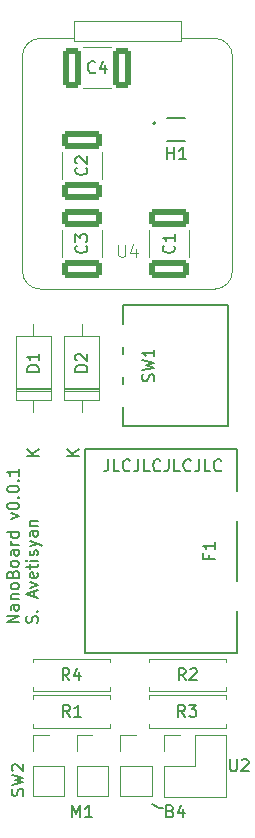
<source format=gto>
%TF.GenerationSoftware,KiCad,Pcbnew,7.0.10*%
%TF.CreationDate,2024-06-11T00:53:48-07:00*%
%TF.ProjectId,FloatSID,466c6f61-7453-4494-942e-6b696361645f,rev?*%
%TF.SameCoordinates,Original*%
%TF.FileFunction,Legend,Top*%
%TF.FilePolarity,Positive*%
%FSLAX46Y46*%
G04 Gerber Fmt 4.6, Leading zero omitted, Abs format (unit mm)*
G04 Created by KiCad (PCBNEW 7.0.10) date 2024-06-11 00:53:48*
%MOMM*%
%LPD*%
G01*
G04 APERTURE LIST*
G04 Aperture macros list*
%AMRoundRect*
0 Rectangle with rounded corners*
0 $1 Rounding radius*
0 $2 $3 $4 $5 $6 $7 $8 $9 X,Y pos of 4 corners*
0 Add a 4 corners polygon primitive as box body*
4,1,4,$2,$3,$4,$5,$6,$7,$8,$9,$2,$3,0*
0 Add four circle primitives for the rounded corners*
1,1,$1+$1,$2,$3*
1,1,$1+$1,$4,$5*
1,1,$1+$1,$6,$7*
1,1,$1+$1,$8,$9*
0 Add four rect primitives between the rounded corners*
20,1,$1+$1,$2,$3,$4,$5,0*
20,1,$1+$1,$4,$5,$6,$7,0*
20,1,$1+$1,$6,$7,$8,$9,0*
20,1,$1+$1,$8,$9,$2,$3,0*%
G04 Aperture macros list end*
%ADD10C,0.150000*%
%ADD11C,0.100000*%
%ADD12C,0.120000*%
%ADD13C,0.152400*%
%ADD14C,0.127000*%
%ADD15C,1.524000*%
%ADD16C,1.600000*%
%ADD17O,1.600000X1.600000*%
%ADD18C,1.320800*%
%ADD19R,1.700000X1.700000*%
%ADD20O,1.700000X1.700000*%
%ADD21O,2.200000X2.200000*%
%ADD22R,2.200000X2.200000*%
%ADD23R,0.812800X0.228600*%
%ADD24RoundRect,0.250000X1.450000X-0.537500X1.450000X0.537500X-1.450000X0.537500X-1.450000X-0.537500X0*%
%ADD25RoundRect,0.250000X-0.537500X-1.450000X0.537500X-1.450000X0.537500X1.450000X-0.537500X1.450000X0*%
%ADD26C,2.082800*%
%ADD27C,2.109000*%
G04 APERTURE END LIST*
D10*
X128200000Y-140100000D02*
X127600000Y-139700000D01*
X128600000Y-140100000D02*
X128200000Y-140100000D01*
X123922493Y-110569819D02*
X123922493Y-111284104D01*
X123922493Y-111284104D02*
X123874874Y-111426961D01*
X123874874Y-111426961D02*
X123779636Y-111522200D01*
X123779636Y-111522200D02*
X123636779Y-111569819D01*
X123636779Y-111569819D02*
X123541541Y-111569819D01*
X124874874Y-111569819D02*
X124398684Y-111569819D01*
X124398684Y-111569819D02*
X124398684Y-110569819D01*
X125779636Y-111474580D02*
X125732017Y-111522200D01*
X125732017Y-111522200D02*
X125589160Y-111569819D01*
X125589160Y-111569819D02*
X125493922Y-111569819D01*
X125493922Y-111569819D02*
X125351065Y-111522200D01*
X125351065Y-111522200D02*
X125255827Y-111426961D01*
X125255827Y-111426961D02*
X125208208Y-111331723D01*
X125208208Y-111331723D02*
X125160589Y-111141247D01*
X125160589Y-111141247D02*
X125160589Y-110998390D01*
X125160589Y-110998390D02*
X125208208Y-110807914D01*
X125208208Y-110807914D02*
X125255827Y-110712676D01*
X125255827Y-110712676D02*
X125351065Y-110617438D01*
X125351065Y-110617438D02*
X125493922Y-110569819D01*
X125493922Y-110569819D02*
X125589160Y-110569819D01*
X125589160Y-110569819D02*
X125732017Y-110617438D01*
X125732017Y-110617438D02*
X125779636Y-110665057D01*
X126493922Y-110569819D02*
X126493922Y-111284104D01*
X126493922Y-111284104D02*
X126446303Y-111426961D01*
X126446303Y-111426961D02*
X126351065Y-111522200D01*
X126351065Y-111522200D02*
X126208208Y-111569819D01*
X126208208Y-111569819D02*
X126112970Y-111569819D01*
X127446303Y-111569819D02*
X126970113Y-111569819D01*
X126970113Y-111569819D02*
X126970113Y-110569819D01*
X128351065Y-111474580D02*
X128303446Y-111522200D01*
X128303446Y-111522200D02*
X128160589Y-111569819D01*
X128160589Y-111569819D02*
X128065351Y-111569819D01*
X128065351Y-111569819D02*
X127922494Y-111522200D01*
X127922494Y-111522200D02*
X127827256Y-111426961D01*
X127827256Y-111426961D02*
X127779637Y-111331723D01*
X127779637Y-111331723D02*
X127732018Y-111141247D01*
X127732018Y-111141247D02*
X127732018Y-110998390D01*
X127732018Y-110998390D02*
X127779637Y-110807914D01*
X127779637Y-110807914D02*
X127827256Y-110712676D01*
X127827256Y-110712676D02*
X127922494Y-110617438D01*
X127922494Y-110617438D02*
X128065351Y-110569819D01*
X128065351Y-110569819D02*
X128160589Y-110569819D01*
X128160589Y-110569819D02*
X128303446Y-110617438D01*
X128303446Y-110617438D02*
X128351065Y-110665057D01*
X129065351Y-110569819D02*
X129065351Y-111284104D01*
X129065351Y-111284104D02*
X129017732Y-111426961D01*
X129017732Y-111426961D02*
X128922494Y-111522200D01*
X128922494Y-111522200D02*
X128779637Y-111569819D01*
X128779637Y-111569819D02*
X128684399Y-111569819D01*
X130017732Y-111569819D02*
X129541542Y-111569819D01*
X129541542Y-111569819D02*
X129541542Y-110569819D01*
X130922494Y-111474580D02*
X130874875Y-111522200D01*
X130874875Y-111522200D02*
X130732018Y-111569819D01*
X130732018Y-111569819D02*
X130636780Y-111569819D01*
X130636780Y-111569819D02*
X130493923Y-111522200D01*
X130493923Y-111522200D02*
X130398685Y-111426961D01*
X130398685Y-111426961D02*
X130351066Y-111331723D01*
X130351066Y-111331723D02*
X130303447Y-111141247D01*
X130303447Y-111141247D02*
X130303447Y-110998390D01*
X130303447Y-110998390D02*
X130351066Y-110807914D01*
X130351066Y-110807914D02*
X130398685Y-110712676D01*
X130398685Y-110712676D02*
X130493923Y-110617438D01*
X130493923Y-110617438D02*
X130636780Y-110569819D01*
X130636780Y-110569819D02*
X130732018Y-110569819D01*
X130732018Y-110569819D02*
X130874875Y-110617438D01*
X130874875Y-110617438D02*
X130922494Y-110665057D01*
X131636780Y-110569819D02*
X131636780Y-111284104D01*
X131636780Y-111284104D02*
X131589161Y-111426961D01*
X131589161Y-111426961D02*
X131493923Y-111522200D01*
X131493923Y-111522200D02*
X131351066Y-111569819D01*
X131351066Y-111569819D02*
X131255828Y-111569819D01*
X132589161Y-111569819D02*
X132112971Y-111569819D01*
X132112971Y-111569819D02*
X132112971Y-110569819D01*
X133493923Y-111474580D02*
X133446304Y-111522200D01*
X133446304Y-111522200D02*
X133303447Y-111569819D01*
X133303447Y-111569819D02*
X133208209Y-111569819D01*
X133208209Y-111569819D02*
X133065352Y-111522200D01*
X133065352Y-111522200D02*
X132970114Y-111426961D01*
X132970114Y-111426961D02*
X132922495Y-111331723D01*
X132922495Y-111331723D02*
X132874876Y-111141247D01*
X132874876Y-111141247D02*
X132874876Y-110998390D01*
X132874876Y-110998390D02*
X132922495Y-110807914D01*
X132922495Y-110807914D02*
X132970114Y-110712676D01*
X132970114Y-110712676D02*
X133065352Y-110617438D01*
X133065352Y-110617438D02*
X133208209Y-110569819D01*
X133208209Y-110569819D02*
X133303447Y-110569819D01*
X133303447Y-110569819D02*
X133446304Y-110617438D01*
X133446304Y-110617438D02*
X133493923Y-110665057D01*
X116359819Y-124363220D02*
X115359819Y-124363220D01*
X115359819Y-124363220D02*
X116359819Y-123791792D01*
X116359819Y-123791792D02*
X115359819Y-123791792D01*
X116359819Y-122887030D02*
X115836009Y-122887030D01*
X115836009Y-122887030D02*
X115740771Y-122934649D01*
X115740771Y-122934649D02*
X115693152Y-123029887D01*
X115693152Y-123029887D02*
X115693152Y-123220363D01*
X115693152Y-123220363D02*
X115740771Y-123315601D01*
X116312200Y-122887030D02*
X116359819Y-122982268D01*
X116359819Y-122982268D02*
X116359819Y-123220363D01*
X116359819Y-123220363D02*
X116312200Y-123315601D01*
X116312200Y-123315601D02*
X116216961Y-123363220D01*
X116216961Y-123363220D02*
X116121723Y-123363220D01*
X116121723Y-123363220D02*
X116026485Y-123315601D01*
X116026485Y-123315601D02*
X115978866Y-123220363D01*
X115978866Y-123220363D02*
X115978866Y-122982268D01*
X115978866Y-122982268D02*
X115931247Y-122887030D01*
X115693152Y-122410839D02*
X116359819Y-122410839D01*
X115788390Y-122410839D02*
X115740771Y-122363220D01*
X115740771Y-122363220D02*
X115693152Y-122267982D01*
X115693152Y-122267982D02*
X115693152Y-122125125D01*
X115693152Y-122125125D02*
X115740771Y-122029887D01*
X115740771Y-122029887D02*
X115836009Y-121982268D01*
X115836009Y-121982268D02*
X116359819Y-121982268D01*
X116359819Y-121363220D02*
X116312200Y-121458458D01*
X116312200Y-121458458D02*
X116264580Y-121506077D01*
X116264580Y-121506077D02*
X116169342Y-121553696D01*
X116169342Y-121553696D02*
X115883628Y-121553696D01*
X115883628Y-121553696D02*
X115788390Y-121506077D01*
X115788390Y-121506077D02*
X115740771Y-121458458D01*
X115740771Y-121458458D02*
X115693152Y-121363220D01*
X115693152Y-121363220D02*
X115693152Y-121220363D01*
X115693152Y-121220363D02*
X115740771Y-121125125D01*
X115740771Y-121125125D02*
X115788390Y-121077506D01*
X115788390Y-121077506D02*
X115883628Y-121029887D01*
X115883628Y-121029887D02*
X116169342Y-121029887D01*
X116169342Y-121029887D02*
X116264580Y-121077506D01*
X116264580Y-121077506D02*
X116312200Y-121125125D01*
X116312200Y-121125125D02*
X116359819Y-121220363D01*
X116359819Y-121220363D02*
X116359819Y-121363220D01*
X115836009Y-120267982D02*
X115883628Y-120125125D01*
X115883628Y-120125125D02*
X115931247Y-120077506D01*
X115931247Y-120077506D02*
X116026485Y-120029887D01*
X116026485Y-120029887D02*
X116169342Y-120029887D01*
X116169342Y-120029887D02*
X116264580Y-120077506D01*
X116264580Y-120077506D02*
X116312200Y-120125125D01*
X116312200Y-120125125D02*
X116359819Y-120220363D01*
X116359819Y-120220363D02*
X116359819Y-120601315D01*
X116359819Y-120601315D02*
X115359819Y-120601315D01*
X115359819Y-120601315D02*
X115359819Y-120267982D01*
X115359819Y-120267982D02*
X115407438Y-120172744D01*
X115407438Y-120172744D02*
X115455057Y-120125125D01*
X115455057Y-120125125D02*
X115550295Y-120077506D01*
X115550295Y-120077506D02*
X115645533Y-120077506D01*
X115645533Y-120077506D02*
X115740771Y-120125125D01*
X115740771Y-120125125D02*
X115788390Y-120172744D01*
X115788390Y-120172744D02*
X115836009Y-120267982D01*
X115836009Y-120267982D02*
X115836009Y-120601315D01*
X116359819Y-119458458D02*
X116312200Y-119553696D01*
X116312200Y-119553696D02*
X116264580Y-119601315D01*
X116264580Y-119601315D02*
X116169342Y-119648934D01*
X116169342Y-119648934D02*
X115883628Y-119648934D01*
X115883628Y-119648934D02*
X115788390Y-119601315D01*
X115788390Y-119601315D02*
X115740771Y-119553696D01*
X115740771Y-119553696D02*
X115693152Y-119458458D01*
X115693152Y-119458458D02*
X115693152Y-119315601D01*
X115693152Y-119315601D02*
X115740771Y-119220363D01*
X115740771Y-119220363D02*
X115788390Y-119172744D01*
X115788390Y-119172744D02*
X115883628Y-119125125D01*
X115883628Y-119125125D02*
X116169342Y-119125125D01*
X116169342Y-119125125D02*
X116264580Y-119172744D01*
X116264580Y-119172744D02*
X116312200Y-119220363D01*
X116312200Y-119220363D02*
X116359819Y-119315601D01*
X116359819Y-119315601D02*
X116359819Y-119458458D01*
X116359819Y-118267982D02*
X115836009Y-118267982D01*
X115836009Y-118267982D02*
X115740771Y-118315601D01*
X115740771Y-118315601D02*
X115693152Y-118410839D01*
X115693152Y-118410839D02*
X115693152Y-118601315D01*
X115693152Y-118601315D02*
X115740771Y-118696553D01*
X116312200Y-118267982D02*
X116359819Y-118363220D01*
X116359819Y-118363220D02*
X116359819Y-118601315D01*
X116359819Y-118601315D02*
X116312200Y-118696553D01*
X116312200Y-118696553D02*
X116216961Y-118744172D01*
X116216961Y-118744172D02*
X116121723Y-118744172D01*
X116121723Y-118744172D02*
X116026485Y-118696553D01*
X116026485Y-118696553D02*
X115978866Y-118601315D01*
X115978866Y-118601315D02*
X115978866Y-118363220D01*
X115978866Y-118363220D02*
X115931247Y-118267982D01*
X116359819Y-117791791D02*
X115693152Y-117791791D01*
X115883628Y-117791791D02*
X115788390Y-117744172D01*
X115788390Y-117744172D02*
X115740771Y-117696553D01*
X115740771Y-117696553D02*
X115693152Y-117601315D01*
X115693152Y-117601315D02*
X115693152Y-117506077D01*
X116359819Y-116744172D02*
X115359819Y-116744172D01*
X116312200Y-116744172D02*
X116359819Y-116839410D01*
X116359819Y-116839410D02*
X116359819Y-117029886D01*
X116359819Y-117029886D02*
X116312200Y-117125124D01*
X116312200Y-117125124D02*
X116264580Y-117172743D01*
X116264580Y-117172743D02*
X116169342Y-117220362D01*
X116169342Y-117220362D02*
X115883628Y-117220362D01*
X115883628Y-117220362D02*
X115788390Y-117172743D01*
X115788390Y-117172743D02*
X115740771Y-117125124D01*
X115740771Y-117125124D02*
X115693152Y-117029886D01*
X115693152Y-117029886D02*
X115693152Y-116839410D01*
X115693152Y-116839410D02*
X115740771Y-116744172D01*
X115693152Y-115601314D02*
X116359819Y-115363219D01*
X116359819Y-115363219D02*
X115693152Y-115125124D01*
X115359819Y-114553695D02*
X115359819Y-114458457D01*
X115359819Y-114458457D02*
X115407438Y-114363219D01*
X115407438Y-114363219D02*
X115455057Y-114315600D01*
X115455057Y-114315600D02*
X115550295Y-114267981D01*
X115550295Y-114267981D02*
X115740771Y-114220362D01*
X115740771Y-114220362D02*
X115978866Y-114220362D01*
X115978866Y-114220362D02*
X116169342Y-114267981D01*
X116169342Y-114267981D02*
X116264580Y-114315600D01*
X116264580Y-114315600D02*
X116312200Y-114363219D01*
X116312200Y-114363219D02*
X116359819Y-114458457D01*
X116359819Y-114458457D02*
X116359819Y-114553695D01*
X116359819Y-114553695D02*
X116312200Y-114648933D01*
X116312200Y-114648933D02*
X116264580Y-114696552D01*
X116264580Y-114696552D02*
X116169342Y-114744171D01*
X116169342Y-114744171D02*
X115978866Y-114791790D01*
X115978866Y-114791790D02*
X115740771Y-114791790D01*
X115740771Y-114791790D02*
X115550295Y-114744171D01*
X115550295Y-114744171D02*
X115455057Y-114696552D01*
X115455057Y-114696552D02*
X115407438Y-114648933D01*
X115407438Y-114648933D02*
X115359819Y-114553695D01*
X116264580Y-113791790D02*
X116312200Y-113744171D01*
X116312200Y-113744171D02*
X116359819Y-113791790D01*
X116359819Y-113791790D02*
X116312200Y-113839409D01*
X116312200Y-113839409D02*
X116264580Y-113791790D01*
X116264580Y-113791790D02*
X116359819Y-113791790D01*
X115359819Y-113125124D02*
X115359819Y-113029886D01*
X115359819Y-113029886D02*
X115407438Y-112934648D01*
X115407438Y-112934648D02*
X115455057Y-112887029D01*
X115455057Y-112887029D02*
X115550295Y-112839410D01*
X115550295Y-112839410D02*
X115740771Y-112791791D01*
X115740771Y-112791791D02*
X115978866Y-112791791D01*
X115978866Y-112791791D02*
X116169342Y-112839410D01*
X116169342Y-112839410D02*
X116264580Y-112887029D01*
X116264580Y-112887029D02*
X116312200Y-112934648D01*
X116312200Y-112934648D02*
X116359819Y-113029886D01*
X116359819Y-113029886D02*
X116359819Y-113125124D01*
X116359819Y-113125124D02*
X116312200Y-113220362D01*
X116312200Y-113220362D02*
X116264580Y-113267981D01*
X116264580Y-113267981D02*
X116169342Y-113315600D01*
X116169342Y-113315600D02*
X115978866Y-113363219D01*
X115978866Y-113363219D02*
X115740771Y-113363219D01*
X115740771Y-113363219D02*
X115550295Y-113315600D01*
X115550295Y-113315600D02*
X115455057Y-113267981D01*
X115455057Y-113267981D02*
X115407438Y-113220362D01*
X115407438Y-113220362D02*
X115359819Y-113125124D01*
X116264580Y-112363219D02*
X116312200Y-112315600D01*
X116312200Y-112315600D02*
X116359819Y-112363219D01*
X116359819Y-112363219D02*
X116312200Y-112410838D01*
X116312200Y-112410838D02*
X116264580Y-112363219D01*
X116264580Y-112363219D02*
X116359819Y-112363219D01*
X116359819Y-111363220D02*
X116359819Y-111934648D01*
X116359819Y-111648934D02*
X115359819Y-111648934D01*
X115359819Y-111648934D02*
X115502676Y-111744172D01*
X115502676Y-111744172D02*
X115597914Y-111839410D01*
X115597914Y-111839410D02*
X115645533Y-111934648D01*
X117922200Y-124410839D02*
X117969819Y-124267982D01*
X117969819Y-124267982D02*
X117969819Y-124029887D01*
X117969819Y-124029887D02*
X117922200Y-123934649D01*
X117922200Y-123934649D02*
X117874580Y-123887030D01*
X117874580Y-123887030D02*
X117779342Y-123839411D01*
X117779342Y-123839411D02*
X117684104Y-123839411D01*
X117684104Y-123839411D02*
X117588866Y-123887030D01*
X117588866Y-123887030D02*
X117541247Y-123934649D01*
X117541247Y-123934649D02*
X117493628Y-124029887D01*
X117493628Y-124029887D02*
X117446009Y-124220363D01*
X117446009Y-124220363D02*
X117398390Y-124315601D01*
X117398390Y-124315601D02*
X117350771Y-124363220D01*
X117350771Y-124363220D02*
X117255533Y-124410839D01*
X117255533Y-124410839D02*
X117160295Y-124410839D01*
X117160295Y-124410839D02*
X117065057Y-124363220D01*
X117065057Y-124363220D02*
X117017438Y-124315601D01*
X117017438Y-124315601D02*
X116969819Y-124220363D01*
X116969819Y-124220363D02*
X116969819Y-123982268D01*
X116969819Y-123982268D02*
X117017438Y-123839411D01*
X117874580Y-123410839D02*
X117922200Y-123363220D01*
X117922200Y-123363220D02*
X117969819Y-123410839D01*
X117969819Y-123410839D02*
X117922200Y-123458458D01*
X117922200Y-123458458D02*
X117874580Y-123410839D01*
X117874580Y-123410839D02*
X117969819Y-123410839D01*
X117684104Y-122220363D02*
X117684104Y-121744173D01*
X117969819Y-122315601D02*
X116969819Y-121982268D01*
X116969819Y-121982268D02*
X117969819Y-121648935D01*
X117303152Y-121410839D02*
X117969819Y-121172744D01*
X117969819Y-121172744D02*
X117303152Y-120934649D01*
X117922200Y-120172744D02*
X117969819Y-120267982D01*
X117969819Y-120267982D02*
X117969819Y-120458458D01*
X117969819Y-120458458D02*
X117922200Y-120553696D01*
X117922200Y-120553696D02*
X117826961Y-120601315D01*
X117826961Y-120601315D02*
X117446009Y-120601315D01*
X117446009Y-120601315D02*
X117350771Y-120553696D01*
X117350771Y-120553696D02*
X117303152Y-120458458D01*
X117303152Y-120458458D02*
X117303152Y-120267982D01*
X117303152Y-120267982D02*
X117350771Y-120172744D01*
X117350771Y-120172744D02*
X117446009Y-120125125D01*
X117446009Y-120125125D02*
X117541247Y-120125125D01*
X117541247Y-120125125D02*
X117636485Y-120601315D01*
X117303152Y-119839410D02*
X117303152Y-119458458D01*
X116969819Y-119696553D02*
X117826961Y-119696553D01*
X117826961Y-119696553D02*
X117922200Y-119648934D01*
X117922200Y-119648934D02*
X117969819Y-119553696D01*
X117969819Y-119553696D02*
X117969819Y-119458458D01*
X117969819Y-119125124D02*
X117303152Y-119125124D01*
X116969819Y-119125124D02*
X117017438Y-119172743D01*
X117017438Y-119172743D02*
X117065057Y-119125124D01*
X117065057Y-119125124D02*
X117017438Y-119077505D01*
X117017438Y-119077505D02*
X116969819Y-119125124D01*
X116969819Y-119125124D02*
X117065057Y-119125124D01*
X117922200Y-118696553D02*
X117969819Y-118601315D01*
X117969819Y-118601315D02*
X117969819Y-118410839D01*
X117969819Y-118410839D02*
X117922200Y-118315601D01*
X117922200Y-118315601D02*
X117826961Y-118267982D01*
X117826961Y-118267982D02*
X117779342Y-118267982D01*
X117779342Y-118267982D02*
X117684104Y-118315601D01*
X117684104Y-118315601D02*
X117636485Y-118410839D01*
X117636485Y-118410839D02*
X117636485Y-118553696D01*
X117636485Y-118553696D02*
X117588866Y-118648934D01*
X117588866Y-118648934D02*
X117493628Y-118696553D01*
X117493628Y-118696553D02*
X117446009Y-118696553D01*
X117446009Y-118696553D02*
X117350771Y-118648934D01*
X117350771Y-118648934D02*
X117303152Y-118553696D01*
X117303152Y-118553696D02*
X117303152Y-118410839D01*
X117303152Y-118410839D02*
X117350771Y-118315601D01*
X117303152Y-117934648D02*
X117969819Y-117696553D01*
X117303152Y-117458458D02*
X117969819Y-117696553D01*
X117969819Y-117696553D02*
X118207914Y-117791791D01*
X118207914Y-117791791D02*
X118255533Y-117839410D01*
X118255533Y-117839410D02*
X118303152Y-117934648D01*
X117969819Y-116648934D02*
X117446009Y-116648934D01*
X117446009Y-116648934D02*
X117350771Y-116696553D01*
X117350771Y-116696553D02*
X117303152Y-116791791D01*
X117303152Y-116791791D02*
X117303152Y-116982267D01*
X117303152Y-116982267D02*
X117350771Y-117077505D01*
X117922200Y-116648934D02*
X117969819Y-116744172D01*
X117969819Y-116744172D02*
X117969819Y-116982267D01*
X117969819Y-116982267D02*
X117922200Y-117077505D01*
X117922200Y-117077505D02*
X117826961Y-117125124D01*
X117826961Y-117125124D02*
X117731723Y-117125124D01*
X117731723Y-117125124D02*
X117636485Y-117077505D01*
X117636485Y-117077505D02*
X117588866Y-116982267D01*
X117588866Y-116982267D02*
X117588866Y-116744172D01*
X117588866Y-116744172D02*
X117541247Y-116648934D01*
X117303152Y-116172743D02*
X117969819Y-116172743D01*
X117398390Y-116172743D02*
X117350771Y-116125124D01*
X117350771Y-116125124D02*
X117303152Y-116029886D01*
X117303152Y-116029886D02*
X117303152Y-115887029D01*
X117303152Y-115887029D02*
X117350771Y-115791791D01*
X117350771Y-115791791D02*
X117446009Y-115744172D01*
X117446009Y-115744172D02*
X117969819Y-115744172D01*
D11*
X124795595Y-92407819D02*
X124795595Y-93217342D01*
X124795595Y-93217342D02*
X124843214Y-93312580D01*
X124843214Y-93312580D02*
X124890833Y-93360200D01*
X124890833Y-93360200D02*
X124986071Y-93407819D01*
X124986071Y-93407819D02*
X125176547Y-93407819D01*
X125176547Y-93407819D02*
X125271785Y-93360200D01*
X125271785Y-93360200D02*
X125319404Y-93312580D01*
X125319404Y-93312580D02*
X125367023Y-93217342D01*
X125367023Y-93217342D02*
X125367023Y-92407819D01*
X126271785Y-92741152D02*
X126271785Y-93407819D01*
X126033690Y-92360200D02*
X125795595Y-93074485D01*
X125795595Y-93074485D02*
X126414642Y-93074485D01*
D10*
X120678433Y-132354819D02*
X120345100Y-131878628D01*
X120107005Y-132354819D02*
X120107005Y-131354819D01*
X120107005Y-131354819D02*
X120487957Y-131354819D01*
X120487957Y-131354819D02*
X120583195Y-131402438D01*
X120583195Y-131402438D02*
X120630814Y-131450057D01*
X120630814Y-131450057D02*
X120678433Y-131545295D01*
X120678433Y-131545295D02*
X120678433Y-131688152D01*
X120678433Y-131688152D02*
X120630814Y-131783390D01*
X120630814Y-131783390D02*
X120583195Y-131831009D01*
X120583195Y-131831009D02*
X120487957Y-131878628D01*
X120487957Y-131878628D02*
X120107005Y-131878628D01*
X121630814Y-132354819D02*
X121059386Y-132354819D01*
X121345100Y-132354819D02*
X121345100Y-131354819D01*
X121345100Y-131354819D02*
X121249862Y-131497676D01*
X121249862Y-131497676D02*
X121154624Y-131592914D01*
X121154624Y-131592914D02*
X121059386Y-131640533D01*
X120633333Y-129254819D02*
X120300000Y-128778628D01*
X120061905Y-129254819D02*
X120061905Y-128254819D01*
X120061905Y-128254819D02*
X120442857Y-128254819D01*
X120442857Y-128254819D02*
X120538095Y-128302438D01*
X120538095Y-128302438D02*
X120585714Y-128350057D01*
X120585714Y-128350057D02*
X120633333Y-128445295D01*
X120633333Y-128445295D02*
X120633333Y-128588152D01*
X120633333Y-128588152D02*
X120585714Y-128683390D01*
X120585714Y-128683390D02*
X120538095Y-128731009D01*
X120538095Y-128731009D02*
X120442857Y-128778628D01*
X120442857Y-128778628D02*
X120061905Y-128778628D01*
X121490476Y-128588152D02*
X121490476Y-129254819D01*
X121252381Y-128207200D02*
X121014286Y-128921485D01*
X121014286Y-128921485D02*
X121633333Y-128921485D01*
X127772100Y-103933332D02*
X127819719Y-103790475D01*
X127819719Y-103790475D02*
X127819719Y-103552380D01*
X127819719Y-103552380D02*
X127772100Y-103457142D01*
X127772100Y-103457142D02*
X127724480Y-103409523D01*
X127724480Y-103409523D02*
X127629242Y-103361904D01*
X127629242Y-103361904D02*
X127534004Y-103361904D01*
X127534004Y-103361904D02*
X127438766Y-103409523D01*
X127438766Y-103409523D02*
X127391147Y-103457142D01*
X127391147Y-103457142D02*
X127343528Y-103552380D01*
X127343528Y-103552380D02*
X127295909Y-103742856D01*
X127295909Y-103742856D02*
X127248290Y-103838094D01*
X127248290Y-103838094D02*
X127200671Y-103885713D01*
X127200671Y-103885713D02*
X127105433Y-103933332D01*
X127105433Y-103933332D02*
X127010195Y-103933332D01*
X127010195Y-103933332D02*
X126914957Y-103885713D01*
X126914957Y-103885713D02*
X126867338Y-103838094D01*
X126867338Y-103838094D02*
X126819719Y-103742856D01*
X126819719Y-103742856D02*
X126819719Y-103504761D01*
X126819719Y-103504761D02*
X126867338Y-103361904D01*
X126819719Y-103028570D02*
X127819719Y-102790475D01*
X127819719Y-102790475D02*
X127105433Y-102599999D01*
X127105433Y-102599999D02*
X127819719Y-102409523D01*
X127819719Y-102409523D02*
X126819719Y-102171428D01*
X127819719Y-101266666D02*
X127819719Y-101838094D01*
X127819719Y-101552380D02*
X126819719Y-101552380D01*
X126819719Y-101552380D02*
X126962576Y-101647618D01*
X126962576Y-101647618D02*
X127057814Y-101742856D01*
X127057814Y-101742856D02*
X127105433Y-101838094D01*
X134238095Y-135954819D02*
X134238095Y-136764342D01*
X134238095Y-136764342D02*
X134285714Y-136859580D01*
X134285714Y-136859580D02*
X134333333Y-136907200D01*
X134333333Y-136907200D02*
X134428571Y-136954819D01*
X134428571Y-136954819D02*
X134619047Y-136954819D01*
X134619047Y-136954819D02*
X134714285Y-136907200D01*
X134714285Y-136907200D02*
X134761904Y-136859580D01*
X134761904Y-136859580D02*
X134809523Y-136764342D01*
X134809523Y-136764342D02*
X134809523Y-135954819D01*
X135238095Y-136050057D02*
X135285714Y-136002438D01*
X135285714Y-136002438D02*
X135380952Y-135954819D01*
X135380952Y-135954819D02*
X135619047Y-135954819D01*
X135619047Y-135954819D02*
X135714285Y-136002438D01*
X135714285Y-136002438D02*
X135761904Y-136050057D01*
X135761904Y-136050057D02*
X135809523Y-136145295D01*
X135809523Y-136145295D02*
X135809523Y-136240533D01*
X135809523Y-136240533D02*
X135761904Y-136383390D01*
X135761904Y-136383390D02*
X135190476Y-136954819D01*
X135190476Y-136954819D02*
X135809523Y-136954819D01*
X118054819Y-103138094D02*
X117054819Y-103138094D01*
X117054819Y-103138094D02*
X117054819Y-102899999D01*
X117054819Y-102899999D02*
X117102438Y-102757142D01*
X117102438Y-102757142D02*
X117197676Y-102661904D01*
X117197676Y-102661904D02*
X117292914Y-102614285D01*
X117292914Y-102614285D02*
X117483390Y-102566666D01*
X117483390Y-102566666D02*
X117626247Y-102566666D01*
X117626247Y-102566666D02*
X117816723Y-102614285D01*
X117816723Y-102614285D02*
X117911961Y-102661904D01*
X117911961Y-102661904D02*
X118007200Y-102757142D01*
X118007200Y-102757142D02*
X118054819Y-102899999D01*
X118054819Y-102899999D02*
X118054819Y-103138094D01*
X118054819Y-101614285D02*
X118054819Y-102185713D01*
X118054819Y-101899999D02*
X117054819Y-101899999D01*
X117054819Y-101899999D02*
X117197676Y-101995237D01*
X117197676Y-101995237D02*
X117292914Y-102090475D01*
X117292914Y-102090475D02*
X117340533Y-102185713D01*
X118054819Y-110261904D02*
X117054819Y-110261904D01*
X118054819Y-109690476D02*
X117483390Y-110119047D01*
X117054819Y-109690476D02*
X117626247Y-110261904D01*
X116707200Y-139033332D02*
X116754819Y-138890475D01*
X116754819Y-138890475D02*
X116754819Y-138652380D01*
X116754819Y-138652380D02*
X116707200Y-138557142D01*
X116707200Y-138557142D02*
X116659580Y-138509523D01*
X116659580Y-138509523D02*
X116564342Y-138461904D01*
X116564342Y-138461904D02*
X116469104Y-138461904D01*
X116469104Y-138461904D02*
X116373866Y-138509523D01*
X116373866Y-138509523D02*
X116326247Y-138557142D01*
X116326247Y-138557142D02*
X116278628Y-138652380D01*
X116278628Y-138652380D02*
X116231009Y-138842856D01*
X116231009Y-138842856D02*
X116183390Y-138938094D01*
X116183390Y-138938094D02*
X116135771Y-138985713D01*
X116135771Y-138985713D02*
X116040533Y-139033332D01*
X116040533Y-139033332D02*
X115945295Y-139033332D01*
X115945295Y-139033332D02*
X115850057Y-138985713D01*
X115850057Y-138985713D02*
X115802438Y-138938094D01*
X115802438Y-138938094D02*
X115754819Y-138842856D01*
X115754819Y-138842856D02*
X115754819Y-138604761D01*
X115754819Y-138604761D02*
X115802438Y-138461904D01*
X115754819Y-138128570D02*
X116754819Y-137890475D01*
X116754819Y-137890475D02*
X116040533Y-137699999D01*
X116040533Y-137699999D02*
X116754819Y-137509523D01*
X116754819Y-137509523D02*
X115754819Y-137271428D01*
X115850057Y-136938094D02*
X115802438Y-136890475D01*
X115802438Y-136890475D02*
X115754819Y-136795237D01*
X115754819Y-136795237D02*
X115754819Y-136557142D01*
X115754819Y-136557142D02*
X115802438Y-136461904D01*
X115802438Y-136461904D02*
X115850057Y-136414285D01*
X115850057Y-136414285D02*
X115945295Y-136366666D01*
X115945295Y-136366666D02*
X116040533Y-136366666D01*
X116040533Y-136366666D02*
X116183390Y-136414285D01*
X116183390Y-136414285D02*
X116754819Y-136985713D01*
X116754819Y-136985713D02*
X116754819Y-136366666D01*
X128938095Y-85154819D02*
X128938095Y-84154819D01*
X128938095Y-84631009D02*
X129509523Y-84631009D01*
X129509523Y-85154819D02*
X129509523Y-84154819D01*
X130509523Y-85154819D02*
X129938095Y-85154819D01*
X130223809Y-85154819D02*
X130223809Y-84154819D01*
X130223809Y-84154819D02*
X130128571Y-84297676D01*
X130128571Y-84297676D02*
X130033333Y-84392914D01*
X130033333Y-84392914D02*
X129938095Y-84440533D01*
X122059580Y-85866666D02*
X122107200Y-85914285D01*
X122107200Y-85914285D02*
X122154819Y-86057142D01*
X122154819Y-86057142D02*
X122154819Y-86152380D01*
X122154819Y-86152380D02*
X122107200Y-86295237D01*
X122107200Y-86295237D02*
X122011961Y-86390475D01*
X122011961Y-86390475D02*
X121916723Y-86438094D01*
X121916723Y-86438094D02*
X121726247Y-86485713D01*
X121726247Y-86485713D02*
X121583390Y-86485713D01*
X121583390Y-86485713D02*
X121392914Y-86438094D01*
X121392914Y-86438094D02*
X121297676Y-86390475D01*
X121297676Y-86390475D02*
X121202438Y-86295237D01*
X121202438Y-86295237D02*
X121154819Y-86152380D01*
X121154819Y-86152380D02*
X121154819Y-86057142D01*
X121154819Y-86057142D02*
X121202438Y-85914285D01*
X121202438Y-85914285D02*
X121250057Y-85866666D01*
X121250057Y-85485713D02*
X121202438Y-85438094D01*
X121202438Y-85438094D02*
X121154819Y-85342856D01*
X121154819Y-85342856D02*
X121154819Y-85104761D01*
X121154819Y-85104761D02*
X121202438Y-85009523D01*
X121202438Y-85009523D02*
X121250057Y-84961904D01*
X121250057Y-84961904D02*
X121345295Y-84914285D01*
X121345295Y-84914285D02*
X121440533Y-84914285D01*
X121440533Y-84914285D02*
X121583390Y-84961904D01*
X121583390Y-84961904D02*
X122154819Y-85533332D01*
X122154819Y-85533332D02*
X122154819Y-84914285D01*
X129459580Y-92466666D02*
X129507200Y-92514285D01*
X129507200Y-92514285D02*
X129554819Y-92657142D01*
X129554819Y-92657142D02*
X129554819Y-92752380D01*
X129554819Y-92752380D02*
X129507200Y-92895237D01*
X129507200Y-92895237D02*
X129411961Y-92990475D01*
X129411961Y-92990475D02*
X129316723Y-93038094D01*
X129316723Y-93038094D02*
X129126247Y-93085713D01*
X129126247Y-93085713D02*
X128983390Y-93085713D01*
X128983390Y-93085713D02*
X128792914Y-93038094D01*
X128792914Y-93038094D02*
X128697676Y-92990475D01*
X128697676Y-92990475D02*
X128602438Y-92895237D01*
X128602438Y-92895237D02*
X128554819Y-92752380D01*
X128554819Y-92752380D02*
X128554819Y-92657142D01*
X128554819Y-92657142D02*
X128602438Y-92514285D01*
X128602438Y-92514285D02*
X128650057Y-92466666D01*
X129554819Y-91514285D02*
X129554819Y-92085713D01*
X129554819Y-91799999D02*
X128554819Y-91799999D01*
X128554819Y-91799999D02*
X128697676Y-91895237D01*
X128697676Y-91895237D02*
X128792914Y-91990475D01*
X128792914Y-91990475D02*
X128840533Y-92085713D01*
X129195238Y-140331009D02*
X129338095Y-140378628D01*
X129338095Y-140378628D02*
X129385714Y-140426247D01*
X129385714Y-140426247D02*
X129433333Y-140521485D01*
X129433333Y-140521485D02*
X129433333Y-140664342D01*
X129433333Y-140664342D02*
X129385714Y-140759580D01*
X129385714Y-140759580D02*
X129338095Y-140807200D01*
X129338095Y-140807200D02*
X129242857Y-140854819D01*
X129242857Y-140854819D02*
X128861905Y-140854819D01*
X128861905Y-140854819D02*
X128861905Y-139854819D01*
X128861905Y-139854819D02*
X129195238Y-139854819D01*
X129195238Y-139854819D02*
X129290476Y-139902438D01*
X129290476Y-139902438D02*
X129338095Y-139950057D01*
X129338095Y-139950057D02*
X129385714Y-140045295D01*
X129385714Y-140045295D02*
X129385714Y-140140533D01*
X129385714Y-140140533D02*
X129338095Y-140235771D01*
X129338095Y-140235771D02*
X129290476Y-140283390D01*
X129290476Y-140283390D02*
X129195238Y-140331009D01*
X129195238Y-140331009D02*
X128861905Y-140331009D01*
X130290476Y-140188152D02*
X130290476Y-140854819D01*
X130052381Y-139807200D02*
X129814286Y-140521485D01*
X129814286Y-140521485D02*
X130433333Y-140521485D01*
X122833333Y-77759580D02*
X122785714Y-77807200D01*
X122785714Y-77807200D02*
X122642857Y-77854819D01*
X122642857Y-77854819D02*
X122547619Y-77854819D01*
X122547619Y-77854819D02*
X122404762Y-77807200D01*
X122404762Y-77807200D02*
X122309524Y-77711961D01*
X122309524Y-77711961D02*
X122261905Y-77616723D01*
X122261905Y-77616723D02*
X122214286Y-77426247D01*
X122214286Y-77426247D02*
X122214286Y-77283390D01*
X122214286Y-77283390D02*
X122261905Y-77092914D01*
X122261905Y-77092914D02*
X122309524Y-76997676D01*
X122309524Y-76997676D02*
X122404762Y-76902438D01*
X122404762Y-76902438D02*
X122547619Y-76854819D01*
X122547619Y-76854819D02*
X122642857Y-76854819D01*
X122642857Y-76854819D02*
X122785714Y-76902438D01*
X122785714Y-76902438D02*
X122833333Y-76950057D01*
X123690476Y-77188152D02*
X123690476Y-77854819D01*
X123452381Y-76807200D02*
X123214286Y-77521485D01*
X123214286Y-77521485D02*
X123833333Y-77521485D01*
X132431009Y-118633333D02*
X132431009Y-118966666D01*
X132954819Y-118966666D02*
X131954819Y-118966666D01*
X131954819Y-118966666D02*
X131954819Y-118490476D01*
X132954819Y-117585714D02*
X132954819Y-118157142D01*
X132954819Y-117871428D02*
X131954819Y-117871428D01*
X131954819Y-117871428D02*
X132097676Y-117966666D01*
X132097676Y-117966666D02*
X132192914Y-118061904D01*
X132192914Y-118061904D02*
X132240533Y-118157142D01*
X130478433Y-129254819D02*
X130145100Y-128778628D01*
X129907005Y-129254819D02*
X129907005Y-128254819D01*
X129907005Y-128254819D02*
X130287957Y-128254819D01*
X130287957Y-128254819D02*
X130383195Y-128302438D01*
X130383195Y-128302438D02*
X130430814Y-128350057D01*
X130430814Y-128350057D02*
X130478433Y-128445295D01*
X130478433Y-128445295D02*
X130478433Y-128588152D01*
X130478433Y-128588152D02*
X130430814Y-128683390D01*
X130430814Y-128683390D02*
X130383195Y-128731009D01*
X130383195Y-128731009D02*
X130287957Y-128778628D01*
X130287957Y-128778628D02*
X129907005Y-128778628D01*
X130859386Y-128350057D02*
X130907005Y-128302438D01*
X130907005Y-128302438D02*
X131002243Y-128254819D01*
X131002243Y-128254819D02*
X131240338Y-128254819D01*
X131240338Y-128254819D02*
X131335576Y-128302438D01*
X131335576Y-128302438D02*
X131383195Y-128350057D01*
X131383195Y-128350057D02*
X131430814Y-128445295D01*
X131430814Y-128445295D02*
X131430814Y-128540533D01*
X131430814Y-128540533D02*
X131383195Y-128683390D01*
X131383195Y-128683390D02*
X130811767Y-129254819D01*
X130811767Y-129254819D02*
X131430814Y-129254819D01*
X120890476Y-140854819D02*
X120890476Y-139854819D01*
X120890476Y-139854819D02*
X121223809Y-140569104D01*
X121223809Y-140569104D02*
X121557142Y-139854819D01*
X121557142Y-139854819D02*
X121557142Y-140854819D01*
X122557142Y-140854819D02*
X121985714Y-140854819D01*
X122271428Y-140854819D02*
X122271428Y-139854819D01*
X122271428Y-139854819D02*
X122176190Y-139997676D01*
X122176190Y-139997676D02*
X122080952Y-140092914D01*
X122080952Y-140092914D02*
X121985714Y-140140533D01*
X122154819Y-103138094D02*
X121154819Y-103138094D01*
X121154819Y-103138094D02*
X121154819Y-102899999D01*
X121154819Y-102899999D02*
X121202438Y-102757142D01*
X121202438Y-102757142D02*
X121297676Y-102661904D01*
X121297676Y-102661904D02*
X121392914Y-102614285D01*
X121392914Y-102614285D02*
X121583390Y-102566666D01*
X121583390Y-102566666D02*
X121726247Y-102566666D01*
X121726247Y-102566666D02*
X121916723Y-102614285D01*
X121916723Y-102614285D02*
X122011961Y-102661904D01*
X122011961Y-102661904D02*
X122107200Y-102757142D01*
X122107200Y-102757142D02*
X122154819Y-102899999D01*
X122154819Y-102899999D02*
X122154819Y-103138094D01*
X121250057Y-102185713D02*
X121202438Y-102138094D01*
X121202438Y-102138094D02*
X121154819Y-102042856D01*
X121154819Y-102042856D02*
X121154819Y-101804761D01*
X121154819Y-101804761D02*
X121202438Y-101709523D01*
X121202438Y-101709523D02*
X121250057Y-101661904D01*
X121250057Y-101661904D02*
X121345295Y-101614285D01*
X121345295Y-101614285D02*
X121440533Y-101614285D01*
X121440533Y-101614285D02*
X121583390Y-101661904D01*
X121583390Y-101661904D02*
X122154819Y-102233332D01*
X122154819Y-102233332D02*
X122154819Y-101614285D01*
X121454819Y-110261904D02*
X120454819Y-110261904D01*
X121454819Y-109690476D02*
X120883390Y-110119047D01*
X120454819Y-109690476D02*
X121026247Y-110261904D01*
X130433333Y-132354819D02*
X130100000Y-131878628D01*
X129861905Y-132354819D02*
X129861905Y-131354819D01*
X129861905Y-131354819D02*
X130242857Y-131354819D01*
X130242857Y-131354819D02*
X130338095Y-131402438D01*
X130338095Y-131402438D02*
X130385714Y-131450057D01*
X130385714Y-131450057D02*
X130433333Y-131545295D01*
X130433333Y-131545295D02*
X130433333Y-131688152D01*
X130433333Y-131688152D02*
X130385714Y-131783390D01*
X130385714Y-131783390D02*
X130338095Y-131831009D01*
X130338095Y-131831009D02*
X130242857Y-131878628D01*
X130242857Y-131878628D02*
X129861905Y-131878628D01*
X130766667Y-131354819D02*
X131385714Y-131354819D01*
X131385714Y-131354819D02*
X131052381Y-131735771D01*
X131052381Y-131735771D02*
X131195238Y-131735771D01*
X131195238Y-131735771D02*
X131290476Y-131783390D01*
X131290476Y-131783390D02*
X131338095Y-131831009D01*
X131338095Y-131831009D02*
X131385714Y-131926247D01*
X131385714Y-131926247D02*
X131385714Y-132164342D01*
X131385714Y-132164342D02*
X131338095Y-132259580D01*
X131338095Y-132259580D02*
X131290476Y-132307200D01*
X131290476Y-132307200D02*
X131195238Y-132354819D01*
X131195238Y-132354819D02*
X130909524Y-132354819D01*
X130909524Y-132354819D02*
X130814286Y-132307200D01*
X130814286Y-132307200D02*
X130766667Y-132259580D01*
X122059580Y-92466666D02*
X122107200Y-92514285D01*
X122107200Y-92514285D02*
X122154819Y-92657142D01*
X122154819Y-92657142D02*
X122154819Y-92752380D01*
X122154819Y-92752380D02*
X122107200Y-92895237D01*
X122107200Y-92895237D02*
X122011961Y-92990475D01*
X122011961Y-92990475D02*
X121916723Y-93038094D01*
X121916723Y-93038094D02*
X121726247Y-93085713D01*
X121726247Y-93085713D02*
X121583390Y-93085713D01*
X121583390Y-93085713D02*
X121392914Y-93038094D01*
X121392914Y-93038094D02*
X121297676Y-92990475D01*
X121297676Y-92990475D02*
X121202438Y-92895237D01*
X121202438Y-92895237D02*
X121154819Y-92752380D01*
X121154819Y-92752380D02*
X121154819Y-92657142D01*
X121154819Y-92657142D02*
X121202438Y-92514285D01*
X121202438Y-92514285D02*
X121250057Y-92466666D01*
X121154819Y-92133332D02*
X121154819Y-91514285D01*
X121154819Y-91514285D02*
X121535771Y-91847618D01*
X121535771Y-91847618D02*
X121535771Y-91704761D01*
X121535771Y-91704761D02*
X121583390Y-91609523D01*
X121583390Y-91609523D02*
X121631009Y-91561904D01*
X121631009Y-91561904D02*
X121726247Y-91514285D01*
X121726247Y-91514285D02*
X121964342Y-91514285D01*
X121964342Y-91514285D02*
X122059580Y-91561904D01*
X122059580Y-91561904D02*
X122107200Y-91609523D01*
X122107200Y-91609523D02*
X122154819Y-91704761D01*
X122154819Y-91704761D02*
X122154819Y-91990475D01*
X122154819Y-91990475D02*
X122107200Y-92085713D01*
X122107200Y-92085713D02*
X122059580Y-92133332D01*
D11*
%TO.C,U4*%
X132946840Y-96139740D02*
G75*
G03*
X134446840Y-94639740I0J1500000D01*
G01*
X134447500Y-76420400D02*
G75*
G03*
X132947500Y-74920400I-1500000J0D01*
G01*
X116667500Y-94640400D02*
G75*
G03*
X118167500Y-96140400I1500001J1D01*
G01*
X118168160Y-74921060D02*
G75*
G03*
X116668160Y-76421060I1J-1500001D01*
G01*
X121002500Y-73425000D02*
X130112500Y-73425000D01*
X130112500Y-73425000D02*
X130112500Y-75160400D01*
X130112500Y-75160400D02*
X121002500Y-75160400D01*
X121002500Y-75160400D02*
X121002500Y-73425000D01*
X134447500Y-76420400D02*
X134446840Y-94639740D01*
X132947500Y-74920400D02*
X130117500Y-74920400D01*
X132946840Y-96139740D02*
X118167500Y-96140400D01*
X118168160Y-74921060D02*
X120997500Y-74920400D01*
X116667500Y-94640400D02*
X116668160Y-76421060D01*
D12*
%TO.C,R1*%
X117575100Y-130530000D02*
X124115100Y-130530000D01*
X117575100Y-130860000D02*
X117575100Y-130530000D01*
X117575100Y-132940000D02*
X117575100Y-133270000D01*
X117575100Y-133270000D02*
X124115100Y-133270000D01*
X124115100Y-130530000D02*
X124115100Y-130860000D01*
X124115100Y-133270000D02*
X124115100Y-132940000D01*
%TO.C,R4*%
X117565100Y-127430000D02*
X124105100Y-127430000D01*
X117565100Y-127760000D02*
X117565100Y-127430000D01*
X117565100Y-129840000D02*
X117565100Y-130170000D01*
X117565100Y-130170000D02*
X124105100Y-130170000D01*
X124105100Y-127430000D02*
X124105100Y-127760000D01*
X124105100Y-130170000D02*
X124105100Y-129840000D01*
D13*
%TO.C,SW1*%
X125197900Y-107730800D02*
X134062500Y-107730800D01*
X134062500Y-107730800D02*
X134062500Y-97469200D01*
X125197900Y-106124986D02*
X125197900Y-107730800D01*
X125197900Y-103584986D02*
X125197900Y-104155014D01*
X125197900Y-101044986D02*
X125197900Y-101615014D01*
X125197900Y-97469200D02*
X125197900Y-99075014D01*
X134062500Y-97469200D02*
X125197900Y-97469200D01*
D12*
%TO.C,U2*%
X128670000Y-136530000D02*
X128670000Y-139130000D01*
X128670000Y-136530000D02*
X131270000Y-136530000D01*
X131270000Y-133930000D02*
X133870000Y-133930000D01*
X131270000Y-136530000D02*
X131270000Y-133930000D01*
X128670000Y-133930000D02*
X130000000Y-133930000D01*
X128670000Y-139130000D02*
X133870000Y-139130000D01*
X133870000Y-133930000D02*
X133870000Y-139130000D01*
X128670000Y-135260000D02*
X128670000Y-133930000D01*
%TO.C,D1*%
X117600000Y-99060000D02*
X117600000Y-100080000D01*
X119070000Y-100080000D02*
X116130000Y-100080000D01*
X116130000Y-100080000D02*
X116130000Y-105520000D01*
X116130000Y-104500000D02*
X119070000Y-104500000D01*
X116130000Y-104620000D02*
X119070000Y-104620000D01*
X116130000Y-104740000D02*
X119070000Y-104740000D01*
X119070000Y-105520000D02*
X119070000Y-100080000D01*
X116130000Y-105520000D02*
X119070000Y-105520000D01*
X117600000Y-106540000D02*
X117600000Y-105520000D01*
%TO.C,SW2*%
X117570000Y-133895000D02*
X118900000Y-133895000D01*
X117570000Y-135225000D02*
X117570000Y-133895000D01*
X117570000Y-136495000D02*
X117570000Y-139095000D01*
X117570000Y-136495000D02*
X120230000Y-136495000D01*
X117570000Y-139095000D02*
X120230000Y-139095000D01*
X120230000Y-136495000D02*
X120230000Y-139095000D01*
D13*
%TO.C,H1*%
X128874400Y-83577901D02*
X130423800Y-83577901D01*
X130423800Y-81622101D02*
X128874400Y-81622101D01*
X127942600Y-82100001D02*
G75*
G03*
X127739400Y-82100001I-101600J0D01*
G01*
X127739400Y-82100001D02*
G75*
G03*
X127942600Y-82100001I101600J0D01*
G01*
D12*
%TO.C,C2*%
X119990000Y-86861252D02*
X119990000Y-84538748D01*
X123410000Y-86861252D02*
X123410000Y-84538748D01*
%TO.C,C1*%
X127390000Y-93461252D02*
X127390000Y-91138748D01*
X130810000Y-93461252D02*
X130810000Y-91138748D01*
%TO.C,B4*%
X124970000Y-133895000D02*
X126300000Y-133895000D01*
X124970000Y-135225000D02*
X124970000Y-133895000D01*
X124970000Y-136495000D02*
X124970000Y-139095000D01*
X124970000Y-136495000D02*
X127630000Y-136495000D01*
X124970000Y-139095000D02*
X127630000Y-139095000D01*
X127630000Y-136495000D02*
X127630000Y-139095000D01*
%TO.C,C4*%
X121838748Y-75690000D02*
X124161252Y-75690000D01*
X121838748Y-79110000D02*
X124161252Y-79110000D01*
D14*
%TO.C,F1*%
X134831200Y-109664000D02*
X121928000Y-109664000D01*
X121928000Y-109664000D02*
X121928000Y-126936000D01*
X134831200Y-113200000D02*
X134831200Y-109664000D01*
X134831200Y-120830000D02*
X134831200Y-115770000D01*
X134831200Y-126936000D02*
X134831200Y-123400000D01*
X121928000Y-126936000D02*
X134831200Y-126936000D01*
D12*
%TO.C,R2*%
X127375100Y-127430000D02*
X133915100Y-127430000D01*
X127375100Y-127760000D02*
X127375100Y-127430000D01*
X127375100Y-129840000D02*
X127375100Y-130170000D01*
X127375100Y-130170000D02*
X133915100Y-130170000D01*
X133915100Y-127430000D02*
X133915100Y-127760000D01*
X133915100Y-130170000D02*
X133915100Y-129840000D01*
%TO.C,M1*%
X121270000Y-133895000D02*
X122600000Y-133895000D01*
X121270000Y-135225000D02*
X121270000Y-133895000D01*
X121270000Y-136495000D02*
X121270000Y-139095000D01*
X121270000Y-136495000D02*
X123930000Y-136495000D01*
X121270000Y-139095000D02*
X123930000Y-139095000D01*
X123930000Y-136495000D02*
X123930000Y-139095000D01*
%TO.C,D2*%
X121700000Y-99060000D02*
X121700000Y-100080000D01*
X123170000Y-100080000D02*
X120230000Y-100080000D01*
X120230000Y-100080000D02*
X120230000Y-105520000D01*
X120230000Y-104500000D02*
X123170000Y-104500000D01*
X120230000Y-104620000D02*
X123170000Y-104620000D01*
X120230000Y-104740000D02*
X123170000Y-104740000D01*
X123170000Y-105520000D02*
X123170000Y-100080000D01*
X120230000Y-105520000D02*
X123170000Y-105520000D01*
X121700000Y-106540000D02*
X121700000Y-105520000D01*
%TO.C,R3*%
X133915100Y-133270000D02*
X127375100Y-133270000D01*
X133915100Y-132940000D02*
X133915100Y-133270000D01*
X133915100Y-130860000D02*
X133915100Y-130530000D01*
X133915100Y-130530000D02*
X127375100Y-130530000D01*
X127375100Y-133270000D02*
X127375100Y-132940000D01*
X127375100Y-130530000D02*
X127375100Y-130860000D01*
%TO.C,C3*%
X119990000Y-93461252D02*
X119990000Y-91138748D01*
X123410000Y-93461252D02*
X123410000Y-91138748D01*
%TD*%
%LPC*%
D15*
%TO.C,U4*%
X133257500Y-80370400D03*
X133257500Y-85450400D03*
X133257500Y-87990400D03*
X133257500Y-90530400D03*
X133257500Y-93070400D03*
X117957500Y-93070400D03*
X133257500Y-77830400D03*
X117957500Y-90530400D03*
X117957500Y-87990400D03*
X133257500Y-82910400D03*
X117957500Y-85450400D03*
X117957500Y-82910400D03*
X117957500Y-80370400D03*
X117957500Y-77830400D03*
%TD*%
D16*
%TO.C,R1*%
X117035100Y-131900000D03*
D17*
X124655100Y-131900000D03*
%TD*%
D16*
%TO.C,R4*%
X117025100Y-128800000D03*
D17*
X124645100Y-128800000D03*
%TD*%
D18*
%TO.C,SW1*%
X125324900Y-102600000D03*
X125324900Y-100060000D03*
X125324900Y-105140000D03*
%TD*%
D19*
%TO.C,U2*%
X130000000Y-135260000D03*
D20*
X132540000Y-135260000D03*
X130000000Y-137800000D03*
X132540000Y-137800000D03*
%TD*%
D21*
%TO.C,D1*%
X117600000Y-97720000D03*
D22*
X117600000Y-107880000D03*
%TD*%
D19*
%TO.C,SW2*%
X118900000Y-135225000D03*
D20*
X118900000Y-137765000D03*
%TD*%
D23*
%TO.C,H1*%
X128798200Y-82100002D03*
X128798200Y-82600001D03*
X128798200Y-83100000D03*
X130500000Y-83100000D03*
X130500000Y-82600001D03*
X130500000Y-82100002D03*
%TD*%
D24*
%TO.C,C2*%
X121700000Y-87837500D03*
X121700000Y-83562500D03*
%TD*%
%TO.C,C1*%
X129100000Y-94437500D03*
X129100000Y-90162500D03*
%TD*%
D19*
%TO.C,B4*%
X126300000Y-135225000D03*
D20*
X126300000Y-137765000D03*
%TD*%
D25*
%TO.C,C4*%
X120862500Y-77400000D03*
X125137500Y-77400000D03*
%TD*%
D26*
%TO.C,F1*%
X126500000Y-118300000D03*
D27*
X134120000Y-114490000D03*
X134120000Y-122110000D03*
%TD*%
D16*
%TO.C,R2*%
X126835100Y-128800000D03*
D17*
X134455100Y-128800000D03*
%TD*%
D19*
%TO.C,M1*%
X122600000Y-135225000D03*
D20*
X122600000Y-137765000D03*
%TD*%
D21*
%TO.C,D2*%
X121700000Y-97720000D03*
D22*
X121700000Y-107880000D03*
%TD*%
D16*
%TO.C,R3*%
X134455100Y-131900000D03*
D17*
X126835100Y-131900000D03*
%TD*%
D24*
%TO.C,C3*%
X121700000Y-94437500D03*
X121700000Y-90162500D03*
%TD*%
%LPD*%
M02*

</source>
